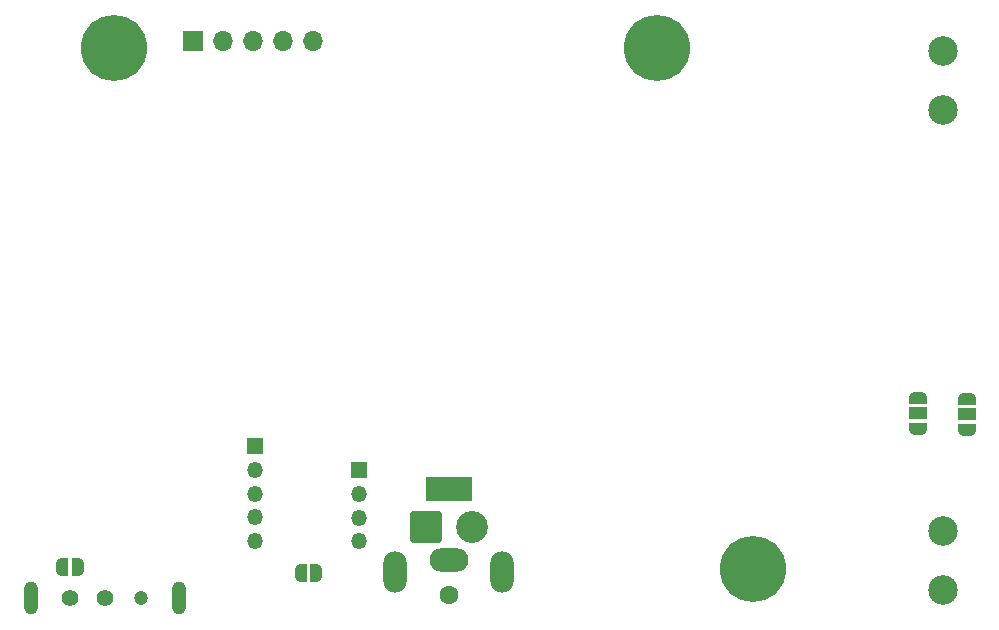
<source format=gbr>
G04 #@! TF.GenerationSoftware,KiCad,Pcbnew,(6.0.1-0)*
G04 #@! TF.CreationDate,2022-03-08T21:58:26+01:00*
G04 #@! TF.ProjectId,muVox,6d75566f-782e-46b6-9963-61645f706362,rev?*
G04 #@! TF.SameCoordinates,Original*
G04 #@! TF.FileFunction,Soldermask,Bot*
G04 #@! TF.FilePolarity,Negative*
%FSLAX46Y46*%
G04 Gerber Fmt 4.6, Leading zero omitted, Abs format (unit mm)*
G04 Created by KiCad (PCBNEW (6.0.1-0)) date 2022-03-08 21:58:26*
%MOMM*%
%LPD*%
G01*
G04 APERTURE LIST*
G04 Aperture macros list*
%AMRoundRect*
0 Rectangle with rounded corners*
0 $1 Rounding radius*
0 $2 $3 $4 $5 $6 $7 $8 $9 X,Y pos of 4 corners*
0 Add a 4 corners polygon primitive as box body*
4,1,4,$2,$3,$4,$5,$6,$7,$8,$9,$2,$3,0*
0 Add four circle primitives for the rounded corners*
1,1,$1+$1,$2,$3*
1,1,$1+$1,$4,$5*
1,1,$1+$1,$6,$7*
1,1,$1+$1,$8,$9*
0 Add four rect primitives between the rounded corners*
20,1,$1+$1,$2,$3,$4,$5,0*
20,1,$1+$1,$4,$5,$6,$7,0*
20,1,$1+$1,$6,$7,$8,$9,0*
20,1,$1+$1,$8,$9,$2,$3,0*%
%AMFreePoly0*
4,1,22,0.550000,-0.750000,0.000000,-0.750000,0.000000,-0.745033,-0.079941,-0.743568,-0.215256,-0.701293,-0.333266,-0.622738,-0.424486,-0.514219,-0.481581,-0.384460,-0.499164,-0.250000,-0.500000,-0.250000,-0.500000,0.250000,-0.499164,0.250000,-0.499963,0.256109,-0.478152,0.396186,-0.417904,0.524511,-0.324060,0.630769,-0.204165,0.706417,-0.067858,0.745374,0.000000,0.744959,0.000000,0.750000,
0.550000,0.750000,0.550000,-0.750000,0.550000,-0.750000,$1*%
%AMFreePoly1*
4,1,20,0.000000,0.744959,0.073905,0.744508,0.209726,0.703889,0.328688,0.626782,0.421226,0.519385,0.479903,0.390333,0.500000,0.250000,0.500000,-0.250000,0.499851,-0.262216,0.476331,-0.402017,0.414519,-0.529596,0.319384,-0.634700,0.198574,-0.708877,0.061801,-0.746166,0.000000,-0.745033,0.000000,-0.750000,-0.550000,-0.750000,-0.550000,0.750000,0.000000,0.750000,0.000000,0.744959,
0.000000,0.744959,$1*%
%AMFreePoly2*
4,1,22,0.500000,-0.750000,0.000000,-0.750000,0.000000,-0.745033,-0.079941,-0.743568,-0.215256,-0.701293,-0.333266,-0.622738,-0.424486,-0.514219,-0.481581,-0.384460,-0.499164,-0.250000,-0.500000,-0.250000,-0.500000,0.250000,-0.499164,0.250000,-0.499963,0.256109,-0.478152,0.396186,-0.417904,0.524511,-0.324060,0.630769,-0.204165,0.706417,-0.067858,0.745374,0.000000,0.744959,0.000000,0.750000,
0.500000,0.750000,0.500000,-0.750000,0.500000,-0.750000,$1*%
%AMFreePoly3*
4,1,20,0.000000,0.744959,0.073905,0.744508,0.209726,0.703889,0.328688,0.626782,0.421226,0.519385,0.479903,0.390333,0.500000,0.250000,0.500000,-0.250000,0.499851,-0.262216,0.476331,-0.402017,0.414519,-0.529596,0.319384,-0.634700,0.198574,-0.708877,0.061801,-0.746166,0.000000,-0.745033,0.000000,-0.750000,-0.500000,-0.750000,-0.500000,0.750000,0.000000,0.750000,0.000000,0.744959,
0.000000,0.744959,$1*%
G04 Aperture macros list end*
%ADD10C,1.600000*%
%ADD11R,4.000000X2.000000*%
%ADD12O,3.300000X2.000000*%
%ADD13O,2.000000X3.500000*%
%ADD14C,2.500000*%
%ADD15R,1.700000X1.700000*%
%ADD16O,1.700000X1.700000*%
%ADD17R,1.350000X1.350000*%
%ADD18O,1.350000X1.350000*%
%ADD19RoundRect,0.250001X-1.099999X-1.099999X1.099999X-1.099999X1.099999X1.099999X-1.099999X1.099999X0*%
%ADD20C,2.700000*%
%ADD21C,5.600000*%
%ADD22C,1.400000*%
%ADD23C,1.200000*%
%ADD24O,1.208000X2.800000*%
%ADD25FreePoly0,90.000000*%
%ADD26R,1.500000X1.000000*%
%ADD27FreePoly1,90.000000*%
%ADD28FreePoly0,270.000000*%
%ADD29FreePoly1,270.000000*%
%ADD30FreePoly2,0.000000*%
%ADD31FreePoly3,0.000000*%
%ADD32FreePoly2,180.000000*%
%ADD33FreePoly3,180.000000*%
G04 APERTURE END LIST*
D10*
X151791620Y-111802010D03*
D11*
X151791620Y-102802010D03*
D12*
X151791620Y-108802010D03*
D13*
X147291620Y-109802010D03*
X156291620Y-109802010D03*
D14*
X193629620Y-65702010D03*
X193629620Y-70702010D03*
X193629620Y-111342010D03*
X193629620Y-106342010D03*
D15*
X130129620Y-64860010D03*
D16*
X132669620Y-64860010D03*
X135209620Y-64860010D03*
X137749620Y-64860010D03*
X140289620Y-64860010D03*
D17*
X144201220Y-101232810D03*
D18*
X144201220Y-103232810D03*
X144201220Y-105232810D03*
X144201220Y-107232810D03*
D17*
X135387420Y-99200810D03*
D18*
X135387420Y-101200810D03*
X135387420Y-103200810D03*
X135387420Y-105200810D03*
X135387420Y-107200810D03*
D19*
X149850000Y-106000000D03*
D20*
X153810000Y-106000000D03*
D21*
X123500000Y-65500000D03*
D22*
X119732000Y-112084000D03*
X122732000Y-112084000D03*
D23*
X125732000Y-112084000D03*
D24*
X128932000Y-112084000D03*
X116432000Y-112084000D03*
D21*
X169400000Y-65500000D03*
X177550000Y-109600000D03*
D25*
X191566120Y-97704010D03*
D26*
X191566120Y-96404010D03*
D27*
X191566120Y-95104010D03*
D28*
X195687020Y-95183010D03*
D26*
X195687020Y-96483010D03*
D29*
X195687020Y-97783010D03*
D30*
X119085600Y-109423200D03*
D31*
X120385600Y-109423200D03*
D32*
X140573620Y-109904010D03*
D33*
X139273620Y-109904010D03*
M02*

</source>
